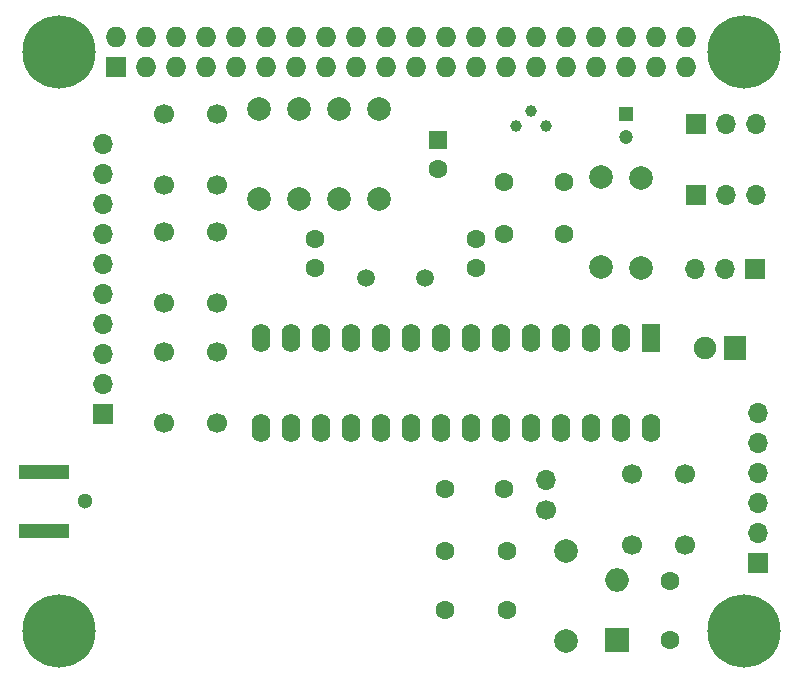
<source format=gbs>
G04 #@! TF.FileFunction,Soldermask,Bot*
%FSLAX46Y46*%
G04 Gerber Fmt 4.6, Leading zero omitted, Abs format (unit mm)*
G04 Created by KiCad (PCBNEW 4.0.6) date Thursday, 02 November 2017 'PMt' 05:38:20 PM*
%MOMM*%
%LPD*%
G01*
G04 APERTURE LIST*
%ADD10C,0.100000*%
%ADD11C,1.300000*%
%ADD12C,1.998980*%
%ADD13C,1.600000*%
%ADD14R,2.000000X2.000000*%
%ADD15O,2.000000X2.000000*%
%ADD16R,1.700000X1.700000*%
%ADD17O,1.700000X1.700000*%
%ADD18C,1.000760*%
%ADD19R,1.600000X2.400000*%
%ADD20O,1.600000X2.400000*%
%ADD21C,1.500000*%
%ADD22R,1.600000X1.600000*%
%ADD23R,1.200000X1.200000*%
%ADD24C,1.200000*%
%ADD25R,1.900000X2.000000*%
%ADD26C,1.900000*%
%ADD27R,1.727200X1.727200*%
%ADD28O,1.727200X1.727200*%
%ADD29R,4.200000X1.270000*%
%ADD30C,6.200000*%
%ADD31C,1.700000*%
G04 APERTURE END LIST*
D10*
D11*
X126500000Y-112500000D03*
D12*
X141200000Y-86900000D03*
X141200000Y-79280000D03*
D13*
X167000000Y-89900000D03*
X162000000Y-89900000D03*
X157000000Y-111500000D03*
X162000000Y-111500000D03*
X162250000Y-121750000D03*
X162250000Y-116750000D03*
X157000000Y-121750000D03*
X157000000Y-116750000D03*
D14*
X171500000Y-124250000D03*
D15*
X171500000Y-119170000D03*
D16*
X183500000Y-117750000D03*
D17*
X183500000Y-115210000D03*
X183500000Y-112670000D03*
X183500000Y-110130000D03*
X183500000Y-107590000D03*
X183500000Y-105050000D03*
D12*
X148000000Y-86900000D03*
X148000000Y-79280000D03*
X151400000Y-86900000D03*
X151400000Y-79280000D03*
X167250000Y-116750000D03*
X167250000Y-124370000D03*
X170200000Y-92700000D03*
X170200000Y-85080000D03*
X144600000Y-86900000D03*
X144600000Y-79280000D03*
X173600000Y-85100000D03*
X173600000Y-92720000D03*
D18*
X164270000Y-79430000D03*
X165540000Y-80700000D03*
X163000000Y-80700000D03*
D19*
X174400000Y-98700000D03*
D20*
X141380000Y-106320000D03*
X171860000Y-98700000D03*
X143920000Y-106320000D03*
X169320000Y-98700000D03*
X146460000Y-106320000D03*
X166780000Y-98700000D03*
X149000000Y-106320000D03*
X164240000Y-98700000D03*
X151540000Y-106320000D03*
X161700000Y-98700000D03*
X154080000Y-106320000D03*
X159160000Y-98700000D03*
X156620000Y-106320000D03*
X156620000Y-98700000D03*
X159160000Y-106320000D03*
X154080000Y-98700000D03*
X161700000Y-106320000D03*
X151540000Y-98700000D03*
X164240000Y-106320000D03*
X149000000Y-98700000D03*
X166780000Y-106320000D03*
X146460000Y-98700000D03*
X169320000Y-106320000D03*
X143920000Y-98700000D03*
X171860000Y-106320000D03*
X141380000Y-98700000D03*
X174400000Y-106320000D03*
D21*
X155300000Y-93600000D03*
X150300000Y-93600000D03*
D13*
X167000000Y-85500000D03*
X162000000Y-85500000D03*
X176000000Y-124250000D03*
X176000000Y-119250000D03*
D22*
X156400000Y-81900000D03*
D13*
X156400000Y-84400000D03*
D23*
X172300000Y-79700000D03*
D24*
X172300000Y-81700000D03*
D25*
X181500000Y-99500000D03*
D26*
X178960000Y-99500000D03*
D27*
X129120000Y-75770000D03*
D28*
X129120000Y-73230000D03*
X131660000Y-75770000D03*
X131660000Y-73230000D03*
X134200000Y-75770000D03*
X134200000Y-73230000D03*
X136740000Y-75770000D03*
X136740000Y-73230000D03*
X139280000Y-75770000D03*
X139280000Y-73230000D03*
X141820000Y-75770000D03*
X141820000Y-73230000D03*
X144360000Y-75770000D03*
X144360000Y-73230000D03*
X146900000Y-75770000D03*
X146900000Y-73230000D03*
X149440000Y-75770000D03*
X149440000Y-73230000D03*
X151980000Y-75770000D03*
X151980000Y-73230000D03*
X154520000Y-75770000D03*
X154520000Y-73230000D03*
X157060000Y-75770000D03*
X157060000Y-73230000D03*
X159600000Y-75770000D03*
X159600000Y-73230000D03*
X162140000Y-75770000D03*
X162140000Y-73230000D03*
X164680000Y-75770000D03*
X164680000Y-73230000D03*
X167220000Y-75770000D03*
X167220000Y-73230000D03*
X169760000Y-75770000D03*
X169760000Y-73230000D03*
X172300000Y-75770000D03*
X172300000Y-73230000D03*
X174840000Y-75770000D03*
X174840000Y-73230000D03*
X177380000Y-75770000D03*
X177380000Y-73230000D03*
D16*
X183200000Y-92850000D03*
D17*
X180660000Y-92850000D03*
X178120000Y-92850000D03*
D16*
X178200000Y-80550000D03*
D17*
X180740000Y-80550000D03*
X183280000Y-80550000D03*
D16*
X178200000Y-86550000D03*
D17*
X180740000Y-86550000D03*
X183280000Y-86550000D03*
D16*
X128000000Y-105100000D03*
D17*
X128000000Y-102560000D03*
X128000000Y-100020000D03*
X128000000Y-97480000D03*
X128000000Y-94940000D03*
X128000000Y-92400000D03*
X128000000Y-89860000D03*
X128000000Y-87320000D03*
X128000000Y-84780000D03*
X128000000Y-82240000D03*
D29*
X123000000Y-115000000D03*
X123000000Y-110000000D03*
D30*
X182250000Y-74500000D03*
X182250000Y-123500000D03*
X124250000Y-123500000D03*
X124250000Y-74500000D03*
D31*
X133200000Y-85700000D03*
X133200000Y-79700000D03*
X137700000Y-79700000D03*
X137700000Y-85700000D03*
X133200000Y-95700000D03*
X133200000Y-89700000D03*
X137700000Y-89700000D03*
X137700000Y-95700000D03*
X172800000Y-116200000D03*
X172800000Y-110200000D03*
X177300000Y-110200000D03*
X177300000Y-116200000D03*
X133200000Y-105900000D03*
X133200000Y-99900000D03*
X137700000Y-99900000D03*
X137700000Y-105900000D03*
X165500000Y-113250000D03*
D17*
X165500000Y-110710000D03*
D13*
X146000000Y-90300000D03*
X146000000Y-92800000D03*
X159600000Y-90300000D03*
X159600000Y-92800000D03*
M02*

</source>
